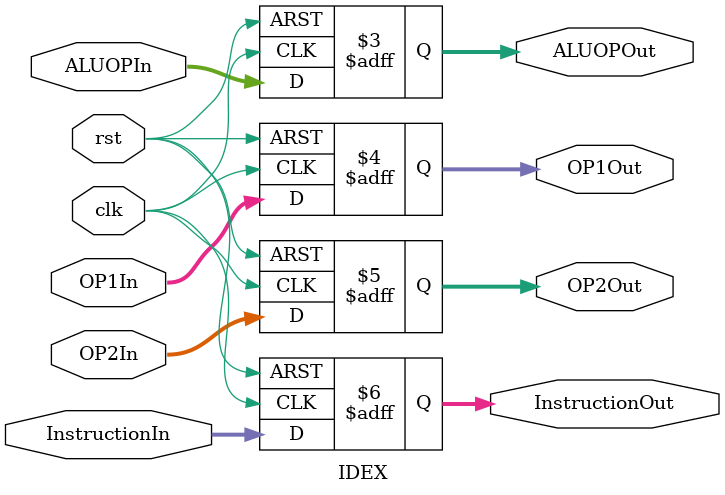
<source format=v>
module IDEX(input [15:0]OP1In, OP2In, InstructionIn,
			input [3:0] ALUOPIn,
			input clk, rst,
			output reg [3:0] ALUOPOut,
			output reg [15:0] OP1Out, OP2Out, InstructionOut);
						   
integer i;
always @(posedge clk, negedge rst)
begin
	
	if(!rst)
	begin
		OP1Out=0;
		OP2Out=0;
		ALUOPOut=0;
		InstructionOut=0;
	end
	else
	begin
		OP1Out=OP1In;
		OP2Out=OP2In;
		ALUOPOut=ALUOPIn;
		InstructionOut=InstructionIn;
	end
end
endmodule

</source>
